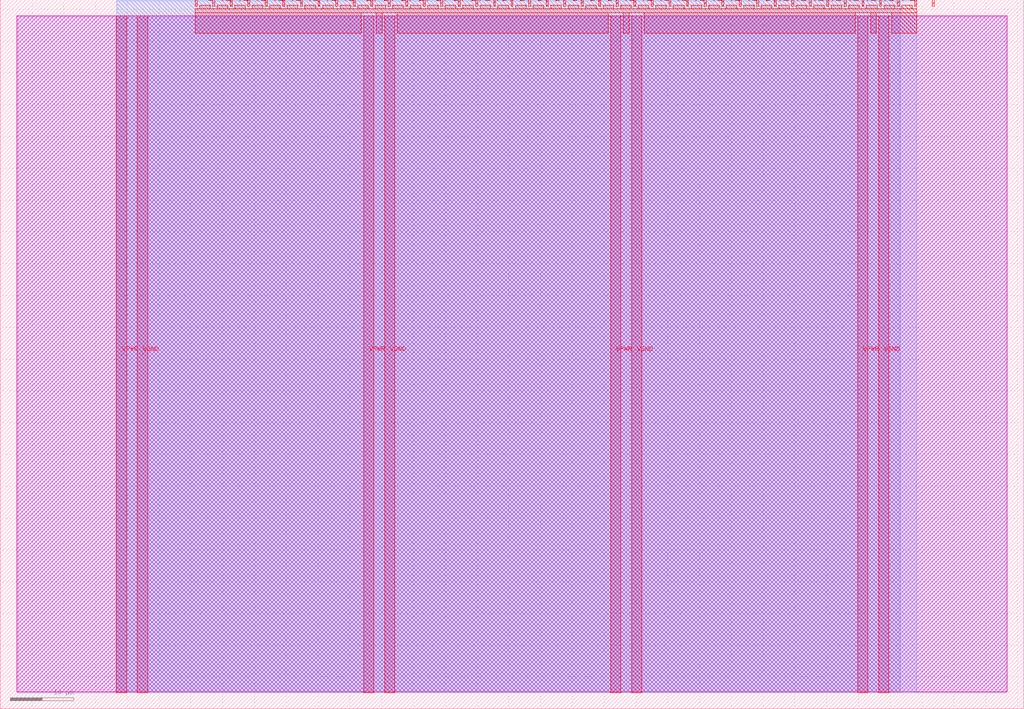
<source format=lef>
VERSION 5.7 ;
  NOWIREEXTENSIONATPIN ON ;
  DIVIDERCHAR "/" ;
  BUSBITCHARS "[]" ;
MACRO tt_um_wokwi_442984104166367233
  CLASS BLOCK ;
  FOREIGN tt_um_wokwi_442984104166367233 ;
  ORIGIN 0.000 0.000 ;
  SIZE 161.000 BY 111.520 ;
  PIN VGND
    DIRECTION INOUT ;
    USE GROUND ;
    PORT
      LAYER met4 ;
        RECT 21.580 2.480 23.180 109.040 ;
    END
    PORT
      LAYER met4 ;
        RECT 60.450 2.480 62.050 109.040 ;
    END
    PORT
      LAYER met4 ;
        RECT 99.320 2.480 100.920 109.040 ;
    END
    PORT
      LAYER met4 ;
        RECT 138.190 2.480 139.790 109.040 ;
    END
  END VGND
  PIN VPWR
    DIRECTION INOUT ;
    USE POWER ;
    PORT
      LAYER met4 ;
        RECT 18.280 2.480 19.880 109.040 ;
    END
    PORT
      LAYER met4 ;
        RECT 57.150 2.480 58.750 109.040 ;
    END
    PORT
      LAYER met4 ;
        RECT 96.020 2.480 97.620 109.040 ;
    END
    PORT
      LAYER met4 ;
        RECT 134.890 2.480 136.490 109.040 ;
    END
  END VPWR
  PIN clk
    DIRECTION INPUT ;
    USE SIGNAL ;
    ANTENNAGATEAREA 0.852000 ;
    PORT
      LAYER met4 ;
        RECT 143.830 110.520 144.130 111.520 ;
    END
  END clk
  PIN ena
    DIRECTION INPUT ;
    USE SIGNAL ;
    PORT
      LAYER met4 ;
        RECT 146.590 110.520 146.890 111.520 ;
    END
  END ena
  PIN rst_n
    DIRECTION INPUT ;
    USE SIGNAL ;
    PORT
      LAYER met4 ;
        RECT 141.070 110.520 141.370 111.520 ;
    END
  END rst_n
  PIN ui_in[0]
    DIRECTION INPUT ;
    USE SIGNAL ;
    ANTENNAGATEAREA 0.196500 ;
    PORT
      LAYER met4 ;
        RECT 138.310 110.520 138.610 111.520 ;
    END
  END ui_in[0]
  PIN ui_in[1]
    DIRECTION INPUT ;
    USE SIGNAL ;
    ANTENNAGATEAREA 0.196500 ;
    PORT
      LAYER met4 ;
        RECT 135.550 110.520 135.850 111.520 ;
    END
  END ui_in[1]
  PIN ui_in[2]
    DIRECTION INPUT ;
    USE SIGNAL ;
    PORT
      LAYER met4 ;
        RECT 132.790 110.520 133.090 111.520 ;
    END
  END ui_in[2]
  PIN ui_in[3]
    DIRECTION INPUT ;
    USE SIGNAL ;
    PORT
      LAYER met4 ;
        RECT 130.030 110.520 130.330 111.520 ;
    END
  END ui_in[3]
  PIN ui_in[4]
    DIRECTION INPUT ;
    USE SIGNAL ;
    PORT
      LAYER met4 ;
        RECT 127.270 110.520 127.570 111.520 ;
    END
  END ui_in[4]
  PIN ui_in[5]
    DIRECTION INPUT ;
    USE SIGNAL ;
    PORT
      LAYER met4 ;
        RECT 124.510 110.520 124.810 111.520 ;
    END
  END ui_in[5]
  PIN ui_in[6]
    DIRECTION INPUT ;
    USE SIGNAL ;
    PORT
      LAYER met4 ;
        RECT 121.750 110.520 122.050 111.520 ;
    END
  END ui_in[6]
  PIN ui_in[7]
    DIRECTION INPUT ;
    USE SIGNAL ;
    PORT
      LAYER met4 ;
        RECT 118.990 110.520 119.290 111.520 ;
    END
  END ui_in[7]
  PIN uio_in[0]
    DIRECTION INPUT ;
    USE SIGNAL ;
    PORT
      LAYER met4 ;
        RECT 116.230 110.520 116.530 111.520 ;
    END
  END uio_in[0]
  PIN uio_in[1]
    DIRECTION INPUT ;
    USE SIGNAL ;
    PORT
      LAYER met4 ;
        RECT 113.470 110.520 113.770 111.520 ;
    END
  END uio_in[1]
  PIN uio_in[2]
    DIRECTION INPUT ;
    USE SIGNAL ;
    PORT
      LAYER met4 ;
        RECT 110.710 110.520 111.010 111.520 ;
    END
  END uio_in[2]
  PIN uio_in[3]
    DIRECTION INPUT ;
    USE SIGNAL ;
    PORT
      LAYER met4 ;
        RECT 107.950 110.520 108.250 111.520 ;
    END
  END uio_in[3]
  PIN uio_in[4]
    DIRECTION INPUT ;
    USE SIGNAL ;
    PORT
      LAYER met4 ;
        RECT 105.190 110.520 105.490 111.520 ;
    END
  END uio_in[4]
  PIN uio_in[5]
    DIRECTION INPUT ;
    USE SIGNAL ;
    PORT
      LAYER met4 ;
        RECT 102.430 110.520 102.730 111.520 ;
    END
  END uio_in[5]
  PIN uio_in[6]
    DIRECTION INPUT ;
    USE SIGNAL ;
    PORT
      LAYER met4 ;
        RECT 99.670 110.520 99.970 111.520 ;
    END
  END uio_in[6]
  PIN uio_in[7]
    DIRECTION INPUT ;
    USE SIGNAL ;
    PORT
      LAYER met4 ;
        RECT 96.910 110.520 97.210 111.520 ;
    END
  END uio_in[7]
  PIN uio_oe[0]
    DIRECTION OUTPUT ;
    USE SIGNAL ;
    PORT
      LAYER met4 ;
        RECT 49.990 110.520 50.290 111.520 ;
    END
  END uio_oe[0]
  PIN uio_oe[1]
    DIRECTION OUTPUT ;
    USE SIGNAL ;
    PORT
      LAYER met4 ;
        RECT 47.230 110.520 47.530 111.520 ;
    END
  END uio_oe[1]
  PIN uio_oe[2]
    DIRECTION OUTPUT ;
    USE SIGNAL ;
    PORT
      LAYER met4 ;
        RECT 44.470 110.520 44.770 111.520 ;
    END
  END uio_oe[2]
  PIN uio_oe[3]
    DIRECTION OUTPUT ;
    USE SIGNAL ;
    PORT
      LAYER met4 ;
        RECT 41.710 110.520 42.010 111.520 ;
    END
  END uio_oe[3]
  PIN uio_oe[4]
    DIRECTION OUTPUT ;
    USE SIGNAL ;
    PORT
      LAYER met4 ;
        RECT 38.950 110.520 39.250 111.520 ;
    END
  END uio_oe[4]
  PIN uio_oe[5]
    DIRECTION OUTPUT ;
    USE SIGNAL ;
    PORT
      LAYER met4 ;
        RECT 36.190 110.520 36.490 111.520 ;
    END
  END uio_oe[5]
  PIN uio_oe[6]
    DIRECTION OUTPUT ;
    USE SIGNAL ;
    PORT
      LAYER met4 ;
        RECT 33.430 110.520 33.730 111.520 ;
    END
  END uio_oe[6]
  PIN uio_oe[7]
    DIRECTION OUTPUT ;
    USE SIGNAL ;
    PORT
      LAYER met4 ;
        RECT 30.670 110.520 30.970 111.520 ;
    END
  END uio_oe[7]
  PIN uio_out[0]
    DIRECTION OUTPUT ;
    USE SIGNAL ;
    PORT
      LAYER met4 ;
        RECT 72.070 110.520 72.370 111.520 ;
    END
  END uio_out[0]
  PIN uio_out[1]
    DIRECTION OUTPUT ;
    USE SIGNAL ;
    PORT
      LAYER met4 ;
        RECT 69.310 110.520 69.610 111.520 ;
    END
  END uio_out[1]
  PIN uio_out[2]
    DIRECTION OUTPUT ;
    USE SIGNAL ;
    PORT
      LAYER met4 ;
        RECT 66.550 110.520 66.850 111.520 ;
    END
  END uio_out[2]
  PIN uio_out[3]
    DIRECTION OUTPUT ;
    USE SIGNAL ;
    PORT
      LAYER met4 ;
        RECT 63.790 110.520 64.090 111.520 ;
    END
  END uio_out[3]
  PIN uio_out[4]
    DIRECTION OUTPUT ;
    USE SIGNAL ;
    PORT
      LAYER met4 ;
        RECT 61.030 110.520 61.330 111.520 ;
    END
  END uio_out[4]
  PIN uio_out[5]
    DIRECTION OUTPUT ;
    USE SIGNAL ;
    PORT
      LAYER met4 ;
        RECT 58.270 110.520 58.570 111.520 ;
    END
  END uio_out[5]
  PIN uio_out[6]
    DIRECTION OUTPUT ;
    USE SIGNAL ;
    PORT
      LAYER met4 ;
        RECT 55.510 110.520 55.810 111.520 ;
    END
  END uio_out[6]
  PIN uio_out[7]
    DIRECTION OUTPUT ;
    USE SIGNAL ;
    PORT
      LAYER met4 ;
        RECT 52.750 110.520 53.050 111.520 ;
    END
  END uio_out[7]
  PIN uo_out[0]
    DIRECTION OUTPUT ;
    USE SIGNAL ;
    ANTENNADIFFAREA 0.795200 ;
    PORT
      LAYER met4 ;
        RECT 94.150 110.520 94.450 111.520 ;
    END
  END uo_out[0]
  PIN uo_out[1]
    DIRECTION OUTPUT ;
    USE SIGNAL ;
    PORT
      LAYER met4 ;
        RECT 91.390 110.520 91.690 111.520 ;
    END
  END uo_out[1]
  PIN uo_out[2]
    DIRECTION OUTPUT ;
    USE SIGNAL ;
    PORT
      LAYER met4 ;
        RECT 88.630 110.520 88.930 111.520 ;
    END
  END uo_out[2]
  PIN uo_out[3]
    DIRECTION OUTPUT ;
    USE SIGNAL ;
    PORT
      LAYER met4 ;
        RECT 85.870 110.520 86.170 111.520 ;
    END
  END uo_out[3]
  PIN uo_out[4]
    DIRECTION OUTPUT ;
    USE SIGNAL ;
    PORT
      LAYER met4 ;
        RECT 83.110 110.520 83.410 111.520 ;
    END
  END uo_out[4]
  PIN uo_out[5]
    DIRECTION OUTPUT ;
    USE SIGNAL ;
    ANTENNADIFFAREA 0.445500 ;
    PORT
      LAYER met4 ;
        RECT 80.350 110.520 80.650 111.520 ;
    END
  END uo_out[5]
  PIN uo_out[6]
    DIRECTION OUTPUT ;
    USE SIGNAL ;
    ANTENNADIFFAREA 0.445500 ;
    PORT
      LAYER met4 ;
        RECT 77.590 110.520 77.890 111.520 ;
    END
  END uo_out[6]
  PIN uo_out[7]
    DIRECTION OUTPUT ;
    USE SIGNAL ;
    ANTENNADIFFAREA 0.445500 ;
    PORT
      LAYER met4 ;
        RECT 74.830 110.520 75.130 111.520 ;
    END
  END uo_out[7]
  OBS
      LAYER nwell ;
        RECT 2.570 2.635 158.430 108.990 ;
      LAYER li1 ;
        RECT 2.760 2.635 158.240 108.885 ;
      LAYER met1 ;
        RECT 2.760 2.480 158.240 109.040 ;
      LAYER met2 ;
        RECT 18.310 2.535 141.590 111.365 ;
      LAYER met3 ;
        RECT 18.290 2.555 144.170 111.345 ;
      LAYER met4 ;
        RECT 31.370 110.120 33.030 110.665 ;
        RECT 34.130 110.120 35.790 110.665 ;
        RECT 36.890 110.120 38.550 110.665 ;
        RECT 39.650 110.120 41.310 110.665 ;
        RECT 42.410 110.120 44.070 110.665 ;
        RECT 45.170 110.120 46.830 110.665 ;
        RECT 47.930 110.120 49.590 110.665 ;
        RECT 50.690 110.120 52.350 110.665 ;
        RECT 53.450 110.120 55.110 110.665 ;
        RECT 56.210 110.120 57.870 110.665 ;
        RECT 58.970 110.120 60.630 110.665 ;
        RECT 61.730 110.120 63.390 110.665 ;
        RECT 64.490 110.120 66.150 110.665 ;
        RECT 67.250 110.120 68.910 110.665 ;
        RECT 70.010 110.120 71.670 110.665 ;
        RECT 72.770 110.120 74.430 110.665 ;
        RECT 75.530 110.120 77.190 110.665 ;
        RECT 78.290 110.120 79.950 110.665 ;
        RECT 81.050 110.120 82.710 110.665 ;
        RECT 83.810 110.120 85.470 110.665 ;
        RECT 86.570 110.120 88.230 110.665 ;
        RECT 89.330 110.120 90.990 110.665 ;
        RECT 92.090 110.120 93.750 110.665 ;
        RECT 94.850 110.120 96.510 110.665 ;
        RECT 97.610 110.120 99.270 110.665 ;
        RECT 100.370 110.120 102.030 110.665 ;
        RECT 103.130 110.120 104.790 110.665 ;
        RECT 105.890 110.120 107.550 110.665 ;
        RECT 108.650 110.120 110.310 110.665 ;
        RECT 111.410 110.120 113.070 110.665 ;
        RECT 114.170 110.120 115.830 110.665 ;
        RECT 116.930 110.120 118.590 110.665 ;
        RECT 119.690 110.120 121.350 110.665 ;
        RECT 122.450 110.120 124.110 110.665 ;
        RECT 125.210 110.120 126.870 110.665 ;
        RECT 127.970 110.120 129.630 110.665 ;
        RECT 130.730 110.120 132.390 110.665 ;
        RECT 133.490 110.120 135.150 110.665 ;
        RECT 136.250 110.120 137.910 110.665 ;
        RECT 139.010 110.120 140.670 110.665 ;
        RECT 141.770 110.120 143.430 110.665 ;
        RECT 30.655 109.440 144.145 110.120 ;
        RECT 30.655 106.255 56.750 109.440 ;
        RECT 59.150 106.255 60.050 109.440 ;
        RECT 62.450 106.255 95.620 109.440 ;
        RECT 98.020 106.255 98.920 109.440 ;
        RECT 101.320 106.255 134.490 109.440 ;
        RECT 136.890 106.255 137.790 109.440 ;
        RECT 140.190 106.255 144.145 109.440 ;
  END
END tt_um_wokwi_442984104166367233
END LIBRARY


</source>
